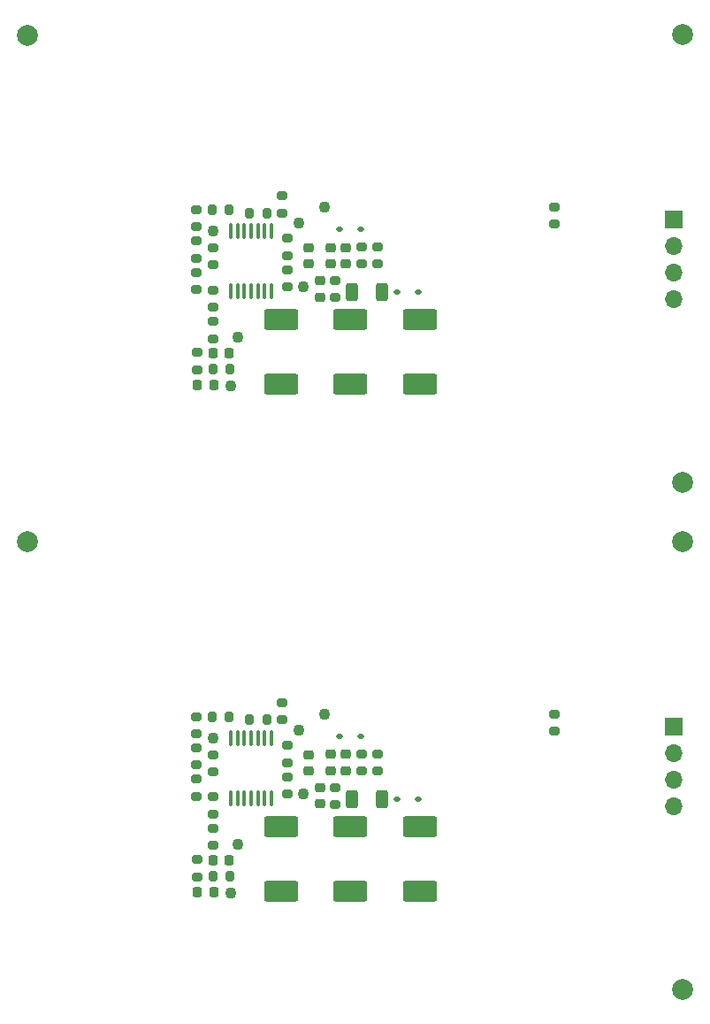
<source format=gbr>
%TF.GenerationSoftware,KiCad,Pcbnew,8.0.4*%
%TF.CreationDate,2024-08-14T23:56:47-07:00*%
%TF.ProjectId,SleepyWoof_panelized,536c6565-7079-4576-9f6f-665f70616e65,rev?*%
%TF.SameCoordinates,Original*%
%TF.FileFunction,Soldermask,Top*%
%TF.FilePolarity,Negative*%
%FSLAX46Y46*%
G04 Gerber Fmt 4.6, Leading zero omitted, Abs format (unit mm)*
G04 Created by KiCad (PCBNEW 8.0.4) date 2024-08-14 23:56:47*
%MOMM*%
%LPD*%
G01*
G04 APERTURE LIST*
G04 Aperture macros list*
%AMRoundRect*
0 Rectangle with rounded corners*
0 $1 Rounding radius*
0 $2 $3 $4 $5 $6 $7 $8 $9 X,Y pos of 4 corners*
0 Add a 4 corners polygon primitive as box body*
4,1,4,$2,$3,$4,$5,$6,$7,$8,$9,$2,$3,0*
0 Add four circle primitives for the rounded corners*
1,1,$1+$1,$2,$3*
1,1,$1+$1,$4,$5*
1,1,$1+$1,$6,$7*
1,1,$1+$1,$8,$9*
0 Add four rect primitives between the rounded corners*
20,1,$1+$1,$2,$3,$4,$5,0*
20,1,$1+$1,$4,$5,$6,$7,0*
20,1,$1+$1,$6,$7,$8,$9,0*
20,1,$1+$1,$8,$9,$2,$3,0*%
G04 Aperture macros list end*
%ADD10C,1.100000*%
%ADD11RoundRect,0.225000X0.250000X-0.225000X0.250000X0.225000X-0.250000X0.225000X-0.250000X-0.225000X0*%
%ADD12RoundRect,0.200000X-0.275000X0.200000X-0.275000X-0.200000X0.275000X-0.200000X0.275000X0.200000X0*%
%ADD13RoundRect,0.200000X0.200000X0.275000X-0.200000X0.275000X-0.200000X-0.275000X0.200000X-0.275000X0*%
%ADD14RoundRect,0.250000X-1.400000X0.750000X-1.400000X-0.750000X1.400000X-0.750000X1.400000X0.750000X0*%
%ADD15RoundRect,0.225000X0.225000X0.250000X-0.225000X0.250000X-0.225000X-0.250000X0.225000X-0.250000X0*%
%ADD16RoundRect,0.200000X0.275000X-0.200000X0.275000X0.200000X-0.275000X0.200000X-0.275000X-0.200000X0*%
%ADD17RoundRect,0.225000X-0.250000X0.225000X-0.250000X-0.225000X0.250000X-0.225000X0.250000X0.225000X0*%
%ADD18RoundRect,0.218750X-0.218750X-0.256250X0.218750X-0.256250X0.218750X0.256250X-0.218750X0.256250X0*%
%ADD19RoundRect,0.100000X0.100000X-0.637500X0.100000X0.637500X-0.100000X0.637500X-0.100000X-0.637500X0*%
%ADD20C,2.000000*%
%ADD21RoundRect,0.112500X-0.187500X-0.112500X0.187500X-0.112500X0.187500X0.112500X-0.187500X0.112500X0*%
%ADD22RoundRect,0.250000X0.312500X0.625000X-0.312500X0.625000X-0.312500X-0.625000X0.312500X-0.625000X0*%
%ADD23R,1.700000X1.700000*%
%ADD24O,1.700000X1.700000*%
G04 APERTURE END LIST*
D10*
%TO.C,TP1*%
X170780000Y-60780000D03*
%TD*%
D11*
%TO.C,C5*%
X178605000Y-56910000D03*
X178605000Y-55360000D03*
%TD*%
D12*
%TO.C,R18*%
X201050000Y-48305000D03*
X201050000Y-49955000D03*
%TD*%
D13*
%TO.C,R7*%
X170005000Y-63800000D03*
X168355000Y-63800000D03*
%TD*%
D12*
%TO.C,R3*%
X166817500Y-48535000D03*
X166817500Y-50185000D03*
%TD*%
D14*
%TO.C,C1*%
X174890000Y-59072500D03*
X174890000Y-65272500D03*
%TD*%
D13*
%TO.C,R15*%
X173530000Y-48860000D03*
X171880000Y-48860000D03*
%TD*%
D15*
%TO.C,C4*%
X169942500Y-62300000D03*
X168392500Y-62300000D03*
%TD*%
D12*
%TO.C,R4*%
X166817500Y-51535000D03*
X166817500Y-53185000D03*
%TD*%
D10*
%TO.C,TP4*%
X176605000Y-49860000D03*
%TD*%
D12*
%TO.C,R8*%
X166900000Y-62220000D03*
X166900000Y-63870000D03*
%TD*%
D16*
%TO.C,R12*%
X175530000Y-52960000D03*
X175530000Y-51310000D03*
%TD*%
D17*
%TO.C,C6*%
X181105000Y-52160000D03*
X181105000Y-53710000D03*
%TD*%
D16*
%TO.C,R11*%
X180080000Y-56960000D03*
X180080000Y-55310000D03*
%TD*%
D18*
%TO.C,D2*%
X166882500Y-65360000D03*
X168457500Y-65360000D03*
%TD*%
D17*
%TO.C,C7*%
X179605000Y-52160000D03*
X179605000Y-53710000D03*
%TD*%
D19*
%TO.C,U1*%
X170080000Y-56322500D03*
X170730000Y-56322500D03*
X171380000Y-56322500D03*
X172030000Y-56322500D03*
X172680000Y-56322500D03*
X173330000Y-56322500D03*
X173980000Y-56322500D03*
X173980000Y-50597500D03*
X173330000Y-50597500D03*
X172680000Y-50597500D03*
X172030000Y-50597500D03*
X171380000Y-50597500D03*
X170730000Y-50597500D03*
X170080000Y-50597500D03*
%TD*%
D14*
%TO.C,C3*%
X188160000Y-59072500D03*
X188160000Y-65272500D03*
%TD*%
D16*
%TO.C,R13*%
X175005000Y-48860000D03*
X175005000Y-47210000D03*
%TD*%
D13*
%TO.C,R2*%
X169930000Y-48560000D03*
X168280000Y-48560000D03*
%TD*%
D20*
%TO.C,FID2*%
X213310000Y-31780000D03*
%TD*%
D10*
%TO.C,TP2*%
X170080000Y-65397500D03*
%TD*%
D21*
%TO.C,D3*%
X180455000Y-50460000D03*
X182555000Y-50460000D03*
%TD*%
D12*
%TO.C,R6*%
X168405000Y-56235000D03*
X168405000Y-57885000D03*
%TD*%
%TO.C,R5*%
X166817500Y-54535000D03*
X166817500Y-56185000D03*
%TD*%
D16*
%TO.C,R9*%
X168417500Y-60885000D03*
X168417500Y-59235000D03*
%TD*%
D10*
%TO.C,TP3*%
X177005000Y-55960000D03*
%TD*%
D11*
%TO.C,C8*%
X177505000Y-53735000D03*
X177505000Y-52185000D03*
%TD*%
D14*
%TO.C,C2*%
X181525000Y-59072500D03*
X181525000Y-65272500D03*
%TD*%
D12*
%TO.C,R16*%
X184105000Y-52110000D03*
X184105000Y-53760000D03*
%TD*%
D20*
%TO.C,FID1*%
X150600000Y-31850000D03*
%TD*%
D21*
%TO.C,D1*%
X185967500Y-56435000D03*
X188067500Y-56435000D03*
%TD*%
D12*
%TO.C,R17*%
X168400000Y-52175000D03*
X168400000Y-53825000D03*
%TD*%
D22*
%TO.C,R1*%
X184580000Y-56435000D03*
X181655000Y-56435000D03*
%TD*%
D23*
%TO.C,J1*%
X212480000Y-49500000D03*
D24*
X212480000Y-52040000D03*
X212480000Y-54580000D03*
X212480000Y-57120000D03*
%TD*%
D12*
%TO.C,R14*%
X182605000Y-52110000D03*
X182605000Y-53760000D03*
%TD*%
D20*
%TO.C,FID3*%
X213370000Y-74620000D03*
%TD*%
D10*
%TO.C,TP6*%
X179017500Y-48335000D03*
%TD*%
D12*
%TO.C,R10*%
X175530000Y-54310000D03*
X175530000Y-55960000D03*
%TD*%
D10*
%TO.C,TP5*%
X168405000Y-50635000D03*
%TD*%
%TO.C,TP5*%
X168405000Y-99135000D03*
%TD*%
D12*
%TO.C,R10*%
X175530000Y-102810000D03*
X175530000Y-104460000D03*
%TD*%
D10*
%TO.C,TP6*%
X179017500Y-96835000D03*
%TD*%
D20*
%TO.C,FID3*%
X213370000Y-123120000D03*
%TD*%
D12*
%TO.C,R14*%
X182605000Y-100610000D03*
X182605000Y-102260000D03*
%TD*%
D23*
%TO.C,J1*%
X212480000Y-98000000D03*
D24*
X212480000Y-100540000D03*
X212480000Y-103080000D03*
X212480000Y-105620000D03*
%TD*%
D22*
%TO.C,R1*%
X184580000Y-104935000D03*
X181655000Y-104935000D03*
%TD*%
D12*
%TO.C,R17*%
X168400000Y-100675000D03*
X168400000Y-102325000D03*
%TD*%
D21*
%TO.C,D1*%
X185967500Y-104935000D03*
X188067500Y-104935000D03*
%TD*%
D20*
%TO.C,FID1*%
X150600000Y-80350000D03*
%TD*%
D12*
%TO.C,R16*%
X184105000Y-100610000D03*
X184105000Y-102260000D03*
%TD*%
D14*
%TO.C,C2*%
X181525000Y-107572500D03*
X181525000Y-113772500D03*
%TD*%
D11*
%TO.C,C8*%
X177505000Y-102235000D03*
X177505000Y-100685000D03*
%TD*%
D10*
%TO.C,TP3*%
X177005000Y-104460000D03*
%TD*%
D16*
%TO.C,R9*%
X168417500Y-109385000D03*
X168417500Y-107735000D03*
%TD*%
D12*
%TO.C,R5*%
X166817500Y-103035000D03*
X166817500Y-104685000D03*
%TD*%
%TO.C,R6*%
X168405000Y-104735000D03*
X168405000Y-106385000D03*
%TD*%
D21*
%TO.C,D3*%
X180455000Y-98960000D03*
X182555000Y-98960000D03*
%TD*%
D10*
%TO.C,TP2*%
X170080000Y-113897500D03*
%TD*%
D20*
%TO.C,FID2*%
X213310000Y-80280000D03*
%TD*%
D13*
%TO.C,R2*%
X169930000Y-97060000D03*
X168280000Y-97060000D03*
%TD*%
D16*
%TO.C,R13*%
X175005000Y-97360000D03*
X175005000Y-95710000D03*
%TD*%
D14*
%TO.C,C3*%
X188160000Y-107572500D03*
X188160000Y-113772500D03*
%TD*%
D19*
%TO.C,U1*%
X170080000Y-104822500D03*
X170730000Y-104822500D03*
X171380000Y-104822500D03*
X172030000Y-104822500D03*
X172680000Y-104822500D03*
X173330000Y-104822500D03*
X173980000Y-104822500D03*
X173980000Y-99097500D03*
X173330000Y-99097500D03*
X172680000Y-99097500D03*
X172030000Y-99097500D03*
X171380000Y-99097500D03*
X170730000Y-99097500D03*
X170080000Y-99097500D03*
%TD*%
D17*
%TO.C,C7*%
X179605000Y-100660000D03*
X179605000Y-102210000D03*
%TD*%
D18*
%TO.C,D2*%
X166882500Y-113860000D03*
X168457500Y-113860000D03*
%TD*%
D16*
%TO.C,R11*%
X180080000Y-105460000D03*
X180080000Y-103810000D03*
%TD*%
D17*
%TO.C,C6*%
X181105000Y-100660000D03*
X181105000Y-102210000D03*
%TD*%
D16*
%TO.C,R12*%
X175530000Y-101460000D03*
X175530000Y-99810000D03*
%TD*%
D12*
%TO.C,R8*%
X166900000Y-110720000D03*
X166900000Y-112370000D03*
%TD*%
D10*
%TO.C,TP4*%
X176605000Y-98360000D03*
%TD*%
D12*
%TO.C,R4*%
X166817500Y-100035000D03*
X166817500Y-101685000D03*
%TD*%
D15*
%TO.C,C4*%
X169942500Y-110800000D03*
X168392500Y-110800000D03*
%TD*%
D13*
%TO.C,R15*%
X173530000Y-97360000D03*
X171880000Y-97360000D03*
%TD*%
D14*
%TO.C,C1*%
X174890000Y-107572500D03*
X174890000Y-113772500D03*
%TD*%
D12*
%TO.C,R3*%
X166817500Y-97035000D03*
X166817500Y-98685000D03*
%TD*%
D13*
%TO.C,R7*%
X170005000Y-112300000D03*
X168355000Y-112300000D03*
%TD*%
D12*
%TO.C,R18*%
X201050000Y-96805000D03*
X201050000Y-98455000D03*
%TD*%
D11*
%TO.C,C5*%
X178605000Y-105410000D03*
X178605000Y-103860000D03*
%TD*%
D10*
%TO.C,TP1*%
X170780000Y-109280000D03*
%TD*%
M02*

</source>
